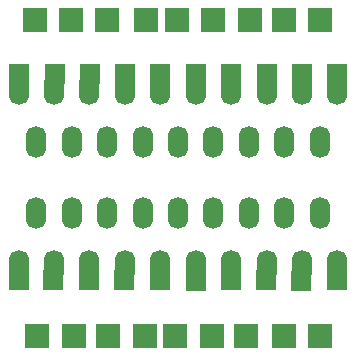
<source format=gbs>
G04 (created by PCBNEW (2013-07-07 BZR 4022)-stable) date 30/05/2015 12:54:33*
%MOIN*%
G04 Gerber Fmt 3.4, Leading zero omitted, Abs format*
%FSLAX34Y34*%
G01*
G70*
G90*
G04 APERTURE LIST*
%ADD10C,0.00590551*%
%ADD11R,0.0669291X0.0669291*%
%ADD12R,0.0787402X0.0787402*%
%ADD13O,0.0669291X0.106299*%
G04 APERTURE END LIST*
G54D10*
G54D11*
X53740Y-55605D03*
X54940Y-55605D03*
X56115Y-55605D03*
X57290Y-55605D03*
X58465Y-55605D03*
X59640Y-55605D03*
X60815Y-55605D03*
X62015Y-55605D03*
X63190Y-55605D03*
X64365Y-55605D03*
G54D12*
X54350Y-64325D03*
X55575Y-64325D03*
X56725Y-64325D03*
X57950Y-64325D03*
X58950Y-64325D03*
X60175Y-64325D03*
X61325Y-64325D03*
X62600Y-64325D03*
X63800Y-64325D03*
X54300Y-53800D03*
X55500Y-53800D03*
X56700Y-53800D03*
X57975Y-53800D03*
X59025Y-53800D03*
X60225Y-53800D03*
X61450Y-53800D03*
X62575Y-53800D03*
X63775Y-53800D03*
G54D11*
X53740Y-62480D03*
X54890Y-62480D03*
X56090Y-62480D03*
X57265Y-62480D03*
X58465Y-62480D03*
X59640Y-62505D03*
X60815Y-62480D03*
X61990Y-62480D03*
X63165Y-62505D03*
X64365Y-62480D03*
G54D13*
X53740Y-56102D03*
X54921Y-56102D03*
X56102Y-56102D03*
X57283Y-56102D03*
X58464Y-56102D03*
X59645Y-56102D03*
X60826Y-56102D03*
X62007Y-56102D03*
X63188Y-56102D03*
X64370Y-56102D03*
X53740Y-62007D03*
X54921Y-62007D03*
X56102Y-62007D03*
X57283Y-62007D03*
X58464Y-62007D03*
X59645Y-62007D03*
X60826Y-62007D03*
X62007Y-62007D03*
X63188Y-62007D03*
X64370Y-62007D03*
X54330Y-57874D03*
X55514Y-57874D03*
X56696Y-57874D03*
X57877Y-57874D03*
X59058Y-57874D03*
X60239Y-57874D03*
X61420Y-57874D03*
X62601Y-57874D03*
X63782Y-57874D03*
X54330Y-60236D03*
X55514Y-60236D03*
X56696Y-60236D03*
X57877Y-60236D03*
X59058Y-60236D03*
X60239Y-60236D03*
X61420Y-60236D03*
X62601Y-60236D03*
X63782Y-60236D03*
M02*

</source>
